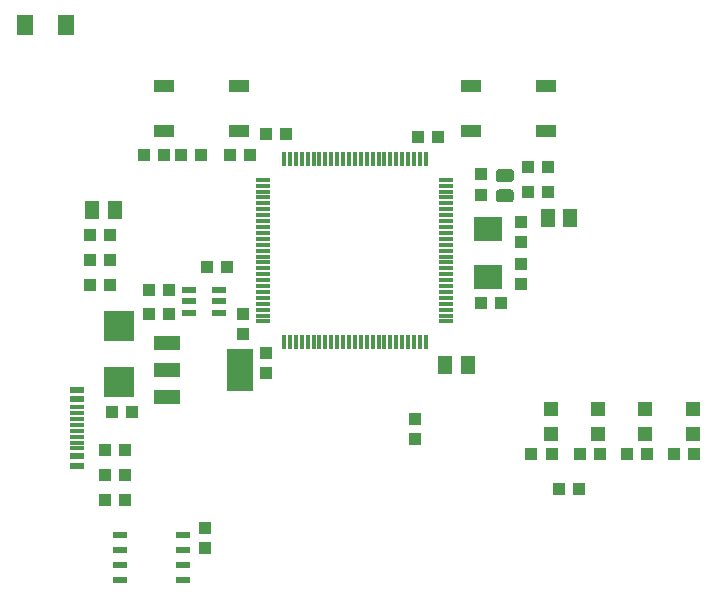
<source format=gtp>
G04 #@! TF.GenerationSoftware,KiCad,Pcbnew,(6.0.8)*
G04 #@! TF.CreationDate,2023-01-02T16:11:50+01:00*
G04 #@! TF.ProjectId,OpenFFBoard-main,4f70656e-4646-4426-9f61-72642d6d6169,1.2.4*
G04 #@! TF.SameCoordinates,Original*
G04 #@! TF.FileFunction,Paste,Top*
G04 #@! TF.FilePolarity,Positive*
%FSLAX46Y46*%
G04 Gerber Fmt 4.6, Leading zero omitted, Abs format (unit mm)*
G04 Created by KiCad (PCBNEW (6.0.8)) date 2023-01-02 16:11:50*
%MOMM*%
%LPD*%
G01*
G04 APERTURE LIST*
%ADD10R,1.000000X1.100000*%
%ADD11R,1.300000X1.500000*%
%ADD12R,2.400000X2.000000*%
%ADD13R,1.100000X1.000000*%
%ADD14R,2.540000X2.540000*%
%ADD15R,1.150000X0.600000*%
%ADD16R,1.150000X0.300000*%
%ADD17R,1.700000X1.000000*%
%ADD18R,1.200000X1.200000*%
%ADD19R,1.400000X1.800000*%
%ADD20R,1.249800X0.589100*%
%ADD21R,1.193800X0.304800*%
%ADD22R,0.304800X1.193800*%
%ADD23R,2.235200X1.219200*%
%ADD24R,2.200000X3.600000*%
%ADD25R,1.300000X0.600000*%
G04 APERTURE END LIST*
G36*
X161725982Y-98091746D02*
G01*
X161764946Y-98101028D01*
X161801879Y-98116332D01*
X161835948Y-98137243D01*
X161866447Y-98163253D01*
X161892457Y-98193752D01*
X161913368Y-98227821D01*
X161928672Y-98264754D01*
X161937954Y-98303718D01*
X161941100Y-98343402D01*
X161941100Y-98933798D01*
X161937954Y-98973482D01*
X161928672Y-99012446D01*
X161913368Y-99049379D01*
X161892457Y-99083448D01*
X161866447Y-99113947D01*
X161835948Y-99139957D01*
X161801879Y-99160868D01*
X161764946Y-99176172D01*
X161725795Y-99185498D01*
X160715910Y-99188601D01*
X160676218Y-99185454D01*
X160637254Y-99176172D01*
X160600321Y-99160868D01*
X160566252Y-99139957D01*
X160535753Y-99113947D01*
X160509743Y-99083448D01*
X160488832Y-99049379D01*
X160473528Y-99012446D01*
X160464246Y-98973482D01*
X160461100Y-98933798D01*
X160461100Y-98343402D01*
X160464246Y-98303718D01*
X160473528Y-98264754D01*
X160488832Y-98227821D01*
X160509743Y-98193752D01*
X160535753Y-98163253D01*
X160566252Y-98137243D01*
X160600321Y-98116332D01*
X160637254Y-98101028D01*
X160676405Y-98091702D01*
X161686290Y-98088599D01*
X161725982Y-98091746D01*
G37*
G36*
X161725982Y-99821746D02*
G01*
X161764946Y-99831028D01*
X161801879Y-99846332D01*
X161835948Y-99867243D01*
X161866447Y-99893253D01*
X161892457Y-99923752D01*
X161913368Y-99957821D01*
X161928672Y-99994754D01*
X161937954Y-100033718D01*
X161941100Y-100073402D01*
X161941100Y-100663798D01*
X161937954Y-100703482D01*
X161928672Y-100742446D01*
X161913368Y-100779379D01*
X161892457Y-100813448D01*
X161866447Y-100843947D01*
X161835948Y-100869957D01*
X161801879Y-100890868D01*
X161764946Y-100906172D01*
X161725795Y-100915498D01*
X160715910Y-100918601D01*
X160676218Y-100915454D01*
X160637254Y-100906172D01*
X160600321Y-100890868D01*
X160566252Y-100869957D01*
X160535753Y-100843947D01*
X160509743Y-100813448D01*
X160488832Y-100779379D01*
X160473528Y-100742446D01*
X160464246Y-100703482D01*
X160461100Y-100663798D01*
X160461100Y-100073402D01*
X160464246Y-100033718D01*
X160473528Y-99994754D01*
X160488832Y-99957821D01*
X160509743Y-99923752D01*
X160535753Y-99893253D01*
X160566252Y-99867243D01*
X160600321Y-99846332D01*
X160637254Y-99831028D01*
X160676405Y-99821702D01*
X161686290Y-99818599D01*
X161725982Y-99821746D01*
G37*
D10*
X162601100Y-107803600D03*
X162601100Y-106103600D03*
D11*
X126251100Y-101603600D03*
X128151100Y-101603600D03*
D10*
X163151100Y-97903600D03*
X164851100Y-97903600D03*
X139001100Y-110353600D03*
X139001100Y-112053600D03*
D12*
X159801100Y-103203600D03*
X159801100Y-107203600D03*
D10*
X126051100Y-107903600D03*
X127751100Y-107903600D03*
X126051100Y-105803600D03*
X127751100Y-105803600D03*
X173251100Y-122203600D03*
X171551100Y-122203600D03*
D13*
X164851100Y-100003600D03*
X163151100Y-100003600D03*
D10*
X132351100Y-96903600D03*
X130651100Y-96903600D03*
D14*
X128501100Y-116123100D03*
X128501100Y-111424100D03*
D13*
X153851100Y-95403600D03*
X155551100Y-95403600D03*
X159161100Y-109463600D03*
X160861100Y-109463600D03*
D10*
X129651100Y-118703600D03*
X127951100Y-118703600D03*
D15*
X124956100Y-116803600D03*
X124956100Y-117603600D03*
D16*
X124956100Y-118753600D03*
X124956100Y-119753600D03*
X124956100Y-120253600D03*
X124956100Y-121253600D03*
D15*
X124956100Y-122403600D03*
X124956100Y-123203600D03*
X124956100Y-123203600D03*
X124956100Y-122403600D03*
D16*
X124956100Y-121753600D03*
X124956100Y-120753600D03*
X124956100Y-119253600D03*
X124956100Y-118253600D03*
D15*
X124956100Y-117603600D03*
X124956100Y-116803600D03*
D17*
X138651100Y-91103600D03*
X132351100Y-91103600D03*
X138651100Y-94903600D03*
X132351100Y-94903600D03*
D13*
X165751100Y-125203600D03*
X167451100Y-125203600D03*
D10*
X162601100Y-102603600D03*
X162601100Y-104303600D03*
D18*
X177101100Y-120553600D03*
X177101100Y-118453600D03*
X165101100Y-120553600D03*
X165101100Y-118453600D03*
D10*
X177251100Y-122203600D03*
X175551100Y-122203600D03*
D19*
X124001100Y-85903600D03*
X120601100Y-85903600D03*
D18*
X169101100Y-120553600D03*
X169101100Y-118453600D03*
D17*
X164651100Y-91103600D03*
X158351100Y-91103600D03*
X164651100Y-94903600D03*
X158351100Y-94903600D03*
D13*
X142651100Y-95103600D03*
X140951100Y-95103600D03*
D10*
X132751100Y-108303600D03*
X131051100Y-108303600D03*
X126051100Y-103703600D03*
X127751100Y-103703600D03*
X169251100Y-122203600D03*
X167551100Y-122203600D03*
D20*
X136957400Y-110253600D03*
X136957400Y-109303600D03*
X136957400Y-108353600D03*
X134444800Y-108353600D03*
X134444800Y-109303600D03*
X134444800Y-110253600D03*
D18*
X173101100Y-120553600D03*
X173101100Y-118453600D03*
D10*
X159201100Y-98553600D03*
X159201100Y-100253600D03*
D13*
X153601100Y-119253600D03*
X153601100Y-120953600D03*
D21*
X156251100Y-111003600D03*
X156251100Y-110503600D03*
X156251100Y-110003600D03*
X156251100Y-109503600D03*
X156251100Y-109003600D03*
X156251100Y-108503600D03*
X156251100Y-108003600D03*
X156251100Y-107503600D03*
X156251100Y-107003600D03*
X156251100Y-106503600D03*
X156251100Y-106003600D03*
X156251100Y-105503600D03*
X156251100Y-105003600D03*
X156251100Y-104503600D03*
X156251100Y-104003600D03*
X156251100Y-103503600D03*
X156251100Y-103003600D03*
X156251100Y-102503600D03*
X156251100Y-102003600D03*
X156251100Y-101503600D03*
X156251100Y-101003600D03*
X156251100Y-100503600D03*
X156251100Y-100003600D03*
X156251100Y-99503600D03*
X156251100Y-99003600D03*
D22*
X154501100Y-97253600D03*
X154001100Y-97253600D03*
X153501100Y-97253600D03*
X153001100Y-97253600D03*
X152501100Y-97253600D03*
X152001100Y-97253600D03*
X151501100Y-97253600D03*
X151001100Y-97253600D03*
X150501100Y-97253600D03*
X150001100Y-97253600D03*
X149501100Y-97253600D03*
X149001100Y-97253600D03*
X148501100Y-97253600D03*
X148001100Y-97253600D03*
X147501100Y-97253600D03*
X147001100Y-97253600D03*
X146501100Y-97253600D03*
X146001100Y-97253600D03*
X145501100Y-97253600D03*
X145001100Y-97253600D03*
X144501100Y-97253600D03*
X144001100Y-97253600D03*
X143501100Y-97253600D03*
X143001100Y-97253600D03*
X142501100Y-97253600D03*
D21*
X140751100Y-99003600D03*
X140751100Y-99503600D03*
X140751100Y-100003600D03*
X140751100Y-100503600D03*
X140751100Y-101003600D03*
X140751100Y-101503600D03*
X140751100Y-102003600D03*
X140751100Y-102503600D03*
X140751100Y-103003600D03*
X140751100Y-103503600D03*
X140751100Y-104003600D03*
X140751100Y-104503600D03*
X140751100Y-105003600D03*
X140751100Y-105503600D03*
X140751100Y-106003600D03*
X140751100Y-106503600D03*
X140751100Y-107003600D03*
X140751100Y-107503600D03*
X140751100Y-108003600D03*
X140751100Y-108503600D03*
X140751100Y-109003600D03*
X140751100Y-109503600D03*
X140751100Y-110003600D03*
X140751100Y-110503600D03*
X140751100Y-111003600D03*
D22*
X142501100Y-112753600D03*
X143001100Y-112753600D03*
X143501100Y-112753600D03*
X144001100Y-112753600D03*
X144501100Y-112753600D03*
X145001100Y-112753600D03*
X145501100Y-112753600D03*
X146001100Y-112753600D03*
X146501100Y-112753600D03*
X147001100Y-112753600D03*
X147501100Y-112753600D03*
X148001100Y-112753600D03*
X148501100Y-112753600D03*
X149001100Y-112753600D03*
X149501100Y-112753600D03*
X150001100Y-112753600D03*
X150501100Y-112753600D03*
X151001100Y-112753600D03*
X151501100Y-112753600D03*
X152001100Y-112753600D03*
X152501100Y-112753600D03*
X153001100Y-112753600D03*
X153501100Y-112753600D03*
X154001100Y-112753600D03*
X154501100Y-112753600D03*
D13*
X139591100Y-96903600D03*
X137891100Y-96903600D03*
X127351100Y-126103600D03*
X129051100Y-126103600D03*
D10*
X141001100Y-113653600D03*
X141001100Y-115353600D03*
D23*
X132602300Y-112792200D03*
X132602300Y-115103600D03*
X132602300Y-117415000D03*
D24*
X138800100Y-115103600D03*
D11*
X164811100Y-102213600D03*
X166711100Y-102213600D03*
D10*
X137651100Y-106403600D03*
X135951100Y-106403600D03*
D13*
X127351100Y-124003600D03*
X129051100Y-124003600D03*
D10*
X165151100Y-122203600D03*
X163451100Y-122203600D03*
X127351100Y-121903600D03*
X129051100Y-121903600D03*
D13*
X135801100Y-130153600D03*
X135801100Y-128453600D03*
D25*
X128651100Y-129098600D03*
X128651100Y-130368600D03*
X128651100Y-131638600D03*
X128651100Y-132908600D03*
X133951100Y-132908600D03*
X133951100Y-131638600D03*
X133951100Y-130368600D03*
X133951100Y-129098600D03*
D10*
X132751100Y-110403600D03*
X131051100Y-110403600D03*
D11*
X156151100Y-114703600D03*
X158051100Y-114703600D03*
D13*
X133751100Y-96903600D03*
X135451100Y-96903600D03*
M02*

</source>
